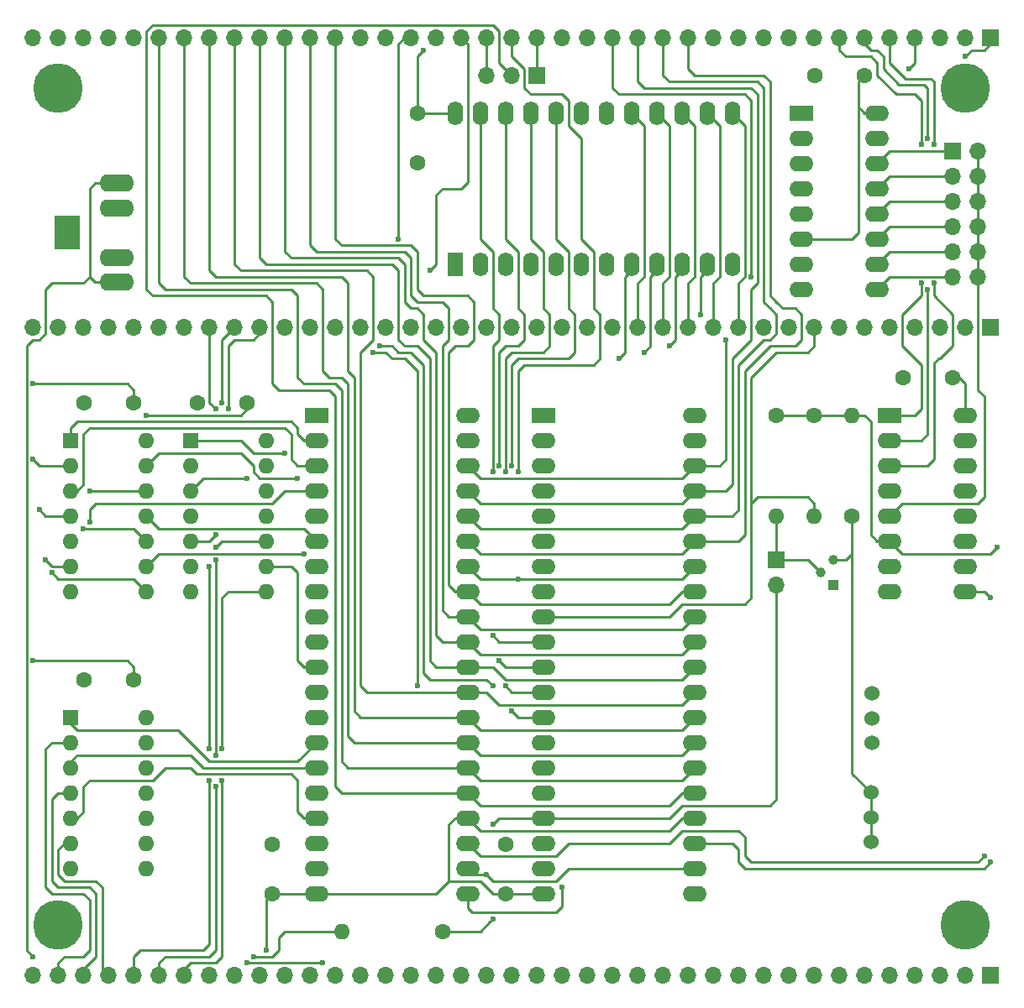
<source format=gtl>
G04 #@! TF.GenerationSoftware,KiCad,Pcbnew,(5.1.5)-3*
G04 #@! TF.CreationDate,2020-11-02T01:25:37+01:00*
G04 #@! TF.ProjectId,PP 6502 Game Board,50502036-3530-4322-9047-616d6520426f,rev?*
G04 #@! TF.SameCoordinates,Original*
G04 #@! TF.FileFunction,Copper,L1,Top*
G04 #@! TF.FilePolarity,Positive*
%FSLAX46Y46*%
G04 Gerber Fmt 4.6, Leading zero omitted, Abs format (unit mm)*
G04 Created by KiCad (PCBNEW (5.1.5)-3) date 2020-11-02 01:25:37*
%MOMM*%
%LPD*%
G04 APERTURE LIST*
%ADD10C,5.000000*%
%ADD11C,1.600000*%
%ADD12R,2.400000X1.600000*%
%ADD13O,2.400000X1.600000*%
%ADD14R,1.700000X1.700000*%
%ADD15O,1.700000X1.700000*%
%ADD16O,1.600000X1.600000*%
%ADD17R,1.600000X1.600000*%
%ADD18R,1.600000X2.400000*%
%ADD19O,1.600000X2.400000*%
%ADD20C,1.000000*%
%ADD21R,1.000000X1.000000*%
%ADD22C,1.524000*%
%ADD23R,2.500000X3.500000*%
%ADD24O,3.500000X1.750000*%
%ADD25C,0.600000*%
%ADD26C,0.250000*%
G04 APERTURE END LIST*
D10*
X104140000Y-140335000D03*
X195580000Y-140335000D03*
X195580000Y-55880000D03*
X104140000Y-55880000D03*
D11*
X125730000Y-137160000D03*
X125730000Y-132160000D03*
X194310000Y-85090000D03*
X189310000Y-85090000D03*
D12*
X179070000Y-58420000D03*
D13*
X186690000Y-76200000D03*
X179070000Y-60960000D03*
X186690000Y-73660000D03*
X179070000Y-63500000D03*
X186690000Y-71120000D03*
X179070000Y-66040000D03*
X186690000Y-68580000D03*
X179070000Y-68580000D03*
X186690000Y-66040000D03*
X179070000Y-71120000D03*
X186690000Y-63500000D03*
X179070000Y-73660000D03*
X186690000Y-60960000D03*
X179070000Y-76200000D03*
X186690000Y-58420000D03*
D12*
X130175000Y-88900000D03*
D13*
X145415000Y-137160000D03*
X130175000Y-91440000D03*
X145415000Y-134620000D03*
X130175000Y-93980000D03*
X145415000Y-132080000D03*
X130175000Y-96520000D03*
X145415000Y-129540000D03*
X130175000Y-99060000D03*
X145415000Y-127000000D03*
X130175000Y-101600000D03*
X145415000Y-124460000D03*
X130175000Y-104140000D03*
X145415000Y-121920000D03*
X130175000Y-106680000D03*
X145415000Y-119380000D03*
X130175000Y-109220000D03*
X145415000Y-116840000D03*
X130175000Y-111760000D03*
X145415000Y-114300000D03*
X130175000Y-114300000D03*
X145415000Y-111760000D03*
X130175000Y-116840000D03*
X145415000Y-109220000D03*
X130175000Y-119380000D03*
X145415000Y-106680000D03*
X130175000Y-121920000D03*
X145415000Y-104140000D03*
X130175000Y-124460000D03*
X145415000Y-101600000D03*
X130175000Y-127000000D03*
X145415000Y-99060000D03*
X130175000Y-129540000D03*
X145415000Y-96520000D03*
X130175000Y-132080000D03*
X145415000Y-93980000D03*
X130175000Y-134620000D03*
X145415000Y-91440000D03*
X130175000Y-137160000D03*
X145415000Y-88900000D03*
D12*
X187960000Y-88900000D03*
D13*
X195580000Y-106680000D03*
X187960000Y-91440000D03*
X195580000Y-104140000D03*
X187960000Y-93980000D03*
X195580000Y-101600000D03*
X187960000Y-96520000D03*
X195580000Y-99060000D03*
X187960000Y-99060000D03*
X195580000Y-96520000D03*
X187960000Y-101600000D03*
X195580000Y-93980000D03*
X187960000Y-104140000D03*
X195580000Y-91440000D03*
X187960000Y-106680000D03*
X195580000Y-88900000D03*
D14*
X152400000Y-54610000D03*
D15*
X149860000Y-54610000D03*
X147320000Y-54610000D03*
D11*
X185420000Y-54610000D03*
X180420000Y-54610000D03*
X111760000Y-87630000D03*
X106760000Y-87630000D03*
X123190000Y-87630000D03*
X118190000Y-87630000D03*
D14*
X194310000Y-62230000D03*
D15*
X196850000Y-62230000D03*
X194310000Y-64770000D03*
X196850000Y-64770000D03*
X194310000Y-67310000D03*
X196850000Y-67310000D03*
X194310000Y-69850000D03*
X196850000Y-69850000D03*
X194310000Y-72390000D03*
X196850000Y-72390000D03*
X194310000Y-74930000D03*
X196850000Y-74930000D03*
D14*
X198120000Y-145415000D03*
D15*
X195580000Y-145415000D03*
X193040000Y-145415000D03*
X190500000Y-145415000D03*
X187960000Y-145415000D03*
X185420000Y-145415000D03*
X182880000Y-145415000D03*
X180340000Y-145415000D03*
X177800000Y-145415000D03*
X175260000Y-145415000D03*
X172720000Y-145415000D03*
X170180000Y-145415000D03*
X167640000Y-145415000D03*
X165100000Y-145415000D03*
X162560000Y-145415000D03*
X160020000Y-145415000D03*
X157480000Y-145415000D03*
X154940000Y-145415000D03*
X152400000Y-145415000D03*
X149860000Y-145415000D03*
X147320000Y-145415000D03*
X144780000Y-145415000D03*
X142240000Y-145415000D03*
X139700000Y-145415000D03*
X137160000Y-145415000D03*
X134620000Y-145415000D03*
X132080000Y-145415000D03*
X129540000Y-145415000D03*
X127000000Y-145415000D03*
X124460000Y-145415000D03*
X121920000Y-145415000D03*
X119380000Y-145415000D03*
X116840000Y-145415000D03*
X114300000Y-145415000D03*
X111760000Y-145415000D03*
X109220000Y-145415000D03*
X106680000Y-145415000D03*
X104140000Y-145415000D03*
X101600000Y-145415000D03*
D14*
X198120000Y-80010000D03*
D15*
X195580000Y-80010000D03*
X193040000Y-80010000D03*
X190500000Y-80010000D03*
X187960000Y-80010000D03*
X185420000Y-80010000D03*
X182880000Y-80010000D03*
X180340000Y-80010000D03*
X177800000Y-80010000D03*
X175260000Y-80010000D03*
X172720000Y-80010000D03*
X170180000Y-80010000D03*
X167640000Y-80010000D03*
X165100000Y-80010000D03*
X162560000Y-80010000D03*
X160020000Y-80010000D03*
X157480000Y-80010000D03*
X154940000Y-80010000D03*
X152400000Y-80010000D03*
X149860000Y-80010000D03*
X147320000Y-80010000D03*
X144780000Y-80010000D03*
X142240000Y-80010000D03*
X139700000Y-80010000D03*
X137160000Y-80010000D03*
X134620000Y-80010000D03*
X132080000Y-80010000D03*
X129540000Y-80010000D03*
X127000000Y-80010000D03*
X124460000Y-80010000D03*
X121920000Y-80010000D03*
X119380000Y-80010000D03*
X116840000Y-80010000D03*
X114300000Y-80010000D03*
X111760000Y-80010000D03*
X109220000Y-80010000D03*
X106680000Y-80010000D03*
X104140000Y-80010000D03*
X101600000Y-80010000D03*
D11*
X180340000Y-88900000D03*
D16*
X180340000Y-99060000D03*
D17*
X105410000Y-91440000D03*
D16*
X113030000Y-106680000D03*
X105410000Y-93980000D03*
X113030000Y-104140000D03*
X105410000Y-96520000D03*
X113030000Y-101600000D03*
X105410000Y-99060000D03*
X113030000Y-99060000D03*
X105410000Y-101600000D03*
X113030000Y-96520000D03*
X105410000Y-104140000D03*
X113030000Y-93980000D03*
X105410000Y-106680000D03*
X113030000Y-91440000D03*
D17*
X117475000Y-91440000D03*
D16*
X125095000Y-106680000D03*
X117475000Y-93980000D03*
X125095000Y-104140000D03*
X117475000Y-96520000D03*
X125095000Y-101600000D03*
X117475000Y-99060000D03*
X125095000Y-99060000D03*
X117475000Y-101600000D03*
X125095000Y-96520000D03*
X117475000Y-104140000D03*
X125095000Y-93980000D03*
X117475000Y-106680000D03*
X125095000Y-91440000D03*
D17*
X105410000Y-119380000D03*
D16*
X113030000Y-134620000D03*
X105410000Y-121920000D03*
X113030000Y-132080000D03*
X105410000Y-124460000D03*
X113030000Y-129540000D03*
X105410000Y-127000000D03*
X113030000Y-127000000D03*
X105410000Y-129540000D03*
X113030000Y-124460000D03*
X105410000Y-132080000D03*
X113030000Y-121920000D03*
X105410000Y-134620000D03*
X113030000Y-119380000D03*
D12*
X153035000Y-88900000D03*
D13*
X168275000Y-137160000D03*
X153035000Y-91440000D03*
X168275000Y-134620000D03*
X153035000Y-93980000D03*
X168275000Y-132080000D03*
X153035000Y-96520000D03*
X168275000Y-129540000D03*
X153035000Y-99060000D03*
X168275000Y-127000000D03*
X153035000Y-101600000D03*
X168275000Y-124460000D03*
X153035000Y-104140000D03*
X168275000Y-121920000D03*
X153035000Y-106680000D03*
X168275000Y-119380000D03*
X153035000Y-109220000D03*
X168275000Y-116840000D03*
X153035000Y-111760000D03*
X168275000Y-114300000D03*
X153035000Y-114300000D03*
X168275000Y-111760000D03*
X153035000Y-116840000D03*
X168275000Y-109220000D03*
X153035000Y-119380000D03*
X168275000Y-106680000D03*
X153035000Y-121920000D03*
X168275000Y-104140000D03*
X153035000Y-124460000D03*
X168275000Y-101600000D03*
X153035000Y-127000000D03*
X168275000Y-99060000D03*
X153035000Y-129540000D03*
X168275000Y-96520000D03*
X153035000Y-132080000D03*
X168275000Y-93980000D03*
X153035000Y-134620000D03*
X168275000Y-91440000D03*
X153035000Y-137160000D03*
X168275000Y-88900000D03*
D18*
X144145000Y-73660000D03*
D19*
X172085000Y-58420000D03*
X146685000Y-73660000D03*
X169545000Y-58420000D03*
X149225000Y-73660000D03*
X167005000Y-58420000D03*
X151765000Y-73660000D03*
X164465000Y-58420000D03*
X154305000Y-73660000D03*
X161925000Y-58420000D03*
X156845000Y-73660000D03*
X159385000Y-58420000D03*
X159385000Y-73660000D03*
X156845000Y-58420000D03*
X161925000Y-73660000D03*
X154305000Y-58420000D03*
X164465000Y-73660000D03*
X151765000Y-58420000D03*
X167005000Y-73660000D03*
X149225000Y-58420000D03*
X169545000Y-73660000D03*
X146685000Y-58420000D03*
X172085000Y-73660000D03*
X144145000Y-58420000D03*
D14*
X198120000Y-50800000D03*
D15*
X195580000Y-50800000D03*
X193040000Y-50800000D03*
X190500000Y-50800000D03*
X187960000Y-50800000D03*
X185420000Y-50800000D03*
X182880000Y-50800000D03*
X180340000Y-50800000D03*
X177800000Y-50800000D03*
X175260000Y-50800000D03*
X172720000Y-50800000D03*
X170180000Y-50800000D03*
X167640000Y-50800000D03*
X165100000Y-50800000D03*
X162560000Y-50800000D03*
X160020000Y-50800000D03*
X157480000Y-50800000D03*
X154940000Y-50800000D03*
X152400000Y-50800000D03*
X149860000Y-50800000D03*
X147320000Y-50800000D03*
X144780000Y-50800000D03*
X142240000Y-50800000D03*
X139700000Y-50800000D03*
X137160000Y-50800000D03*
X134620000Y-50800000D03*
X132080000Y-50800000D03*
X129540000Y-50800000D03*
X127000000Y-50800000D03*
X124460000Y-50800000D03*
X121920000Y-50800000D03*
X119380000Y-50800000D03*
X116840000Y-50800000D03*
X114300000Y-50800000D03*
X111760000Y-50800000D03*
X109220000Y-50800000D03*
X106680000Y-50800000D03*
X104140000Y-50800000D03*
X101600000Y-50800000D03*
D11*
X111760000Y-115570000D03*
X106760000Y-115570000D03*
X149225000Y-137160000D03*
X149225000Y-132160000D03*
D20*
X180975000Y-104775000D03*
X182245000Y-103505000D03*
D21*
X182245000Y-106045000D03*
D11*
X184150000Y-99060000D03*
D16*
X184150000Y-88900000D03*
D11*
X176530000Y-88900000D03*
D16*
X176530000Y-99060000D03*
D22*
X186182000Y-121960000D03*
X186055000Y-126960000D03*
X186182000Y-119460000D03*
X186055000Y-129460000D03*
X186055000Y-131960000D03*
X186182000Y-116960000D03*
D23*
X105084000Y-70485000D03*
D24*
X110090000Y-65485000D03*
X110090000Y-75485000D03*
X110090000Y-67985000D03*
X110090000Y-72985000D03*
D14*
X176530000Y-103505000D03*
D15*
X176530000Y-106045000D03*
D11*
X142875000Y-140970000D03*
D16*
X132715000Y-140970000D03*
D11*
X140335000Y-58420000D03*
X140335000Y-63420000D03*
D25*
X140970000Y-52070000D03*
X125095000Y-142875000D03*
X123190000Y-144145000D03*
X101600000Y-113665000D03*
X113030000Y-88900000D03*
X101600000Y-85725000D03*
X130810000Y-144145000D03*
X198755000Y-102235000D03*
X173990000Y-74930000D03*
X171450000Y-81280000D03*
X147320000Y-135255000D03*
X138430000Y-71120000D03*
X140335000Y-116205000D03*
X135890000Y-82550000D03*
X107315000Y-99695000D03*
X128905000Y-102870000D03*
X128270000Y-95250000D03*
X127000000Y-92710000D03*
X123190000Y-95250000D03*
X120015000Y-100965000D03*
X198120000Y-133985000D03*
X198120000Y-107315000D03*
X147955000Y-111125000D03*
X147955000Y-94615000D03*
X148590000Y-113665000D03*
X148590000Y-93980000D03*
X149225000Y-116205000D03*
X149225000Y-94615000D03*
X149860000Y-118745000D03*
X149860000Y-93980000D03*
X195580000Y-52705000D03*
X189865000Y-53975000D03*
X191135000Y-75565000D03*
X191135000Y-61595000D03*
X191770000Y-76200000D03*
X191770000Y-60960000D03*
X192405000Y-75565000D03*
X192405000Y-61595000D03*
X119380000Y-122555000D03*
X119380000Y-125730000D03*
X119380000Y-104140000D03*
X120015000Y-103505000D03*
X120015000Y-102235000D03*
X120015000Y-126365000D03*
X120015000Y-123190000D03*
X120650000Y-125730000D03*
X120650000Y-122555000D03*
X121285000Y-88265000D03*
X120650000Y-87630000D03*
X120015000Y-88265000D03*
X107315000Y-96520000D03*
X106680000Y-100330000D03*
X103505000Y-104775000D03*
X102870000Y-103505000D03*
X102235000Y-98425000D03*
X101600000Y-93345000D03*
X123825000Y-143510000D03*
X101600000Y-143510000D03*
X147955000Y-130175000D03*
X197485000Y-133350000D03*
X168910000Y-78740000D03*
X165735000Y-81915000D03*
X163195000Y-82550000D03*
X160655000Y-83185000D03*
X150495000Y-105410000D03*
X150495000Y-94615000D03*
X147955000Y-139700014D03*
X154940000Y-136525000D03*
X147955000Y-116205000D03*
X136525000Y-81915000D03*
X141605000Y-74295000D03*
D26*
X140335000Y-58420000D02*
X140335000Y-52705000D01*
X140335000Y-52705000D02*
X140970000Y-52070000D01*
X187960000Y-101600000D02*
X186690000Y-101600000D01*
X185420000Y-88900000D02*
X184150000Y-88900000D01*
X186055000Y-89535000D02*
X185420000Y-88900000D01*
X186055000Y-100965000D02*
X186055000Y-89535000D01*
X186690000Y-101600000D02*
X186055000Y-100965000D01*
X180340000Y-88900000D02*
X184150000Y-88900000D01*
X176530000Y-88900000D02*
X180340000Y-88900000D01*
X144145000Y-135890000D02*
X143510000Y-135890000D01*
X145415000Y-129540000D02*
X144145000Y-129540000D01*
X144145000Y-129540000D02*
X143510000Y-130175000D01*
X143510000Y-130175000D02*
X143510000Y-135890000D01*
X143510000Y-135890000D02*
X142240000Y-137160000D01*
X145415000Y-135890000D02*
X146685000Y-135890000D01*
X146685000Y-135890000D02*
X147955000Y-137160000D01*
X147955000Y-137160000D02*
X149225000Y-137160000D01*
X144145000Y-135890000D02*
X145415000Y-135890000D01*
X130175000Y-137160000D02*
X142240000Y-137160000D01*
X125095000Y-137795000D02*
X125730000Y-137160000D01*
X125095000Y-142875000D02*
X125095000Y-137795000D01*
X123190000Y-144145000D02*
X125730000Y-144145000D01*
X111760000Y-115570000D02*
X111760000Y-114300000D01*
X111125000Y-113665000D02*
X101600000Y-113665000D01*
X111760000Y-114300000D02*
X111125000Y-113665000D01*
X123190000Y-87630000D02*
X123190000Y-88265000D01*
X123190000Y-88265000D02*
X122555000Y-88900000D01*
X122555000Y-88900000D02*
X113030000Y-88900000D01*
X111760000Y-86360000D02*
X111760000Y-87630000D01*
X111125000Y-85725000D02*
X111760000Y-86360000D01*
X101600000Y-85725000D02*
X111125000Y-85725000D01*
X125730000Y-144145000D02*
X130810000Y-144145000D01*
X145415000Y-129540000D02*
X146685000Y-130810000D01*
X167005000Y-129540000D02*
X168275000Y-129540000D01*
X165735000Y-130810000D02*
X167005000Y-129540000D01*
X146685000Y-130810000D02*
X165735000Y-130810000D01*
X149225000Y-137160000D02*
X153035000Y-137160000D01*
X125730000Y-137160000D02*
X130175000Y-137160000D01*
X144145000Y-58420000D02*
X142240000Y-58420000D01*
X142240000Y-58420000D02*
X140335000Y-58420000D01*
X186690000Y-58420000D02*
X185420000Y-58420000D01*
X185420000Y-58420000D02*
X184785000Y-57785000D01*
X184785000Y-58420000D02*
X184785000Y-57785000D01*
X184785000Y-57785000D02*
X184785000Y-55245000D01*
X184785000Y-55245000D02*
X185420000Y-54610000D01*
X184150000Y-71120000D02*
X179070000Y-71120000D01*
X184785000Y-70485000D02*
X184150000Y-71120000D01*
X184785000Y-58420000D02*
X184785000Y-70485000D01*
X187960000Y-101600000D02*
X189230000Y-102870000D01*
X198120000Y-102870000D02*
X198755000Y-102235000D01*
X189230000Y-102870000D02*
X198120000Y-102870000D01*
X194310000Y-85090000D02*
X194945000Y-85090000D01*
X194945000Y-85090000D02*
X195580000Y-85725000D01*
X195580000Y-85725000D02*
X195580000Y-88900000D01*
X172720000Y-101600000D02*
X173355000Y-100965000D01*
X178435000Y-81915000D02*
X179070000Y-81280000D01*
X175895000Y-81915000D02*
X178435000Y-81915000D01*
X173355000Y-84455000D02*
X175895000Y-81915000D01*
X173355000Y-100965000D02*
X173355000Y-84455000D01*
X179070000Y-78740000D02*
X179070000Y-81280000D01*
X178435000Y-78105000D02*
X179070000Y-78740000D01*
X176530000Y-77470000D02*
X177165000Y-78105000D01*
X177165000Y-78105000D02*
X178435000Y-78105000D01*
X168275000Y-101600000D02*
X172720000Y-101600000D01*
X175895000Y-75565000D02*
X175895000Y-76835000D01*
X167640000Y-53975000D02*
X168275000Y-54610000D01*
X168275000Y-54610000D02*
X175260000Y-54610000D01*
X175260000Y-54610000D02*
X175895000Y-55245000D01*
X175895000Y-55245000D02*
X175895000Y-75565000D01*
X167640000Y-53975000D02*
X167640000Y-50800000D01*
X175895000Y-76835000D02*
X176530000Y-77470000D01*
X168275000Y-101600000D02*
X167005000Y-102870000D01*
X146685000Y-102870000D02*
X145415000Y-101600000D01*
X167005000Y-102870000D02*
X146685000Y-102870000D01*
X175895000Y-81280000D02*
X176530000Y-80645000D01*
X175895000Y-81280000D02*
X175260000Y-81280000D01*
X172720000Y-98425000D02*
X172085000Y-99060000D01*
X172720000Y-83820000D02*
X172720000Y-98425000D01*
X175260000Y-81280000D02*
X172720000Y-83820000D01*
X176530000Y-78740000D02*
X175895000Y-78105000D01*
X176530000Y-80645000D02*
X176530000Y-78740000D01*
X165100000Y-54610000D02*
X165735000Y-55245000D01*
X175260000Y-76835000D02*
X175260000Y-77470000D01*
X175260000Y-77470000D02*
X175895000Y-78105000D01*
X165100000Y-50800000D02*
X165100000Y-54610000D01*
X175260000Y-55880000D02*
X175260000Y-76835000D01*
X174625000Y-55245000D02*
X175260000Y-55880000D01*
X165735000Y-55245000D02*
X174625000Y-55245000D01*
X172085000Y-99060000D02*
X168275000Y-99060000D01*
X145415000Y-99060000D02*
X146685000Y-100330000D01*
X167005000Y-100330000D02*
X168275000Y-99060000D01*
X146685000Y-100330000D02*
X167005000Y-100330000D01*
X173355000Y-81915000D02*
X172085000Y-83185000D01*
X173990000Y-81280000D02*
X173355000Y-81915000D01*
X172085000Y-95885000D02*
X171450000Y-96520000D01*
X172085000Y-83185000D02*
X172085000Y-95885000D01*
X173990000Y-76200000D02*
X174625000Y-75565000D01*
X173990000Y-81280000D02*
X173990000Y-76200000D01*
X168275000Y-96520000D02*
X171450000Y-96520000D01*
X162560000Y-55245000D02*
X163195000Y-55880000D01*
X174625000Y-58420000D02*
X174625000Y-75565000D01*
X162560000Y-50800000D02*
X162560000Y-55245000D01*
X174625000Y-56515000D02*
X174625000Y-58420000D01*
X173990000Y-55880000D02*
X174625000Y-56515000D01*
X163195000Y-55880000D02*
X173990000Y-55880000D01*
X168275000Y-96520000D02*
X167005000Y-97790000D01*
X146685000Y-97790000D02*
X145415000Y-96520000D01*
X167005000Y-97790000D02*
X146685000Y-97790000D01*
X171450000Y-81280000D02*
X171450000Y-93345000D01*
X171450000Y-93345000D02*
X170815000Y-93980000D01*
X160020000Y-55880000D02*
X160655000Y-56515000D01*
X173990000Y-57785000D02*
X173990000Y-57150000D01*
X173355000Y-56515000D02*
X172720000Y-56515000D01*
X173990000Y-57150000D02*
X173355000Y-56515000D01*
X160020000Y-50800000D02*
X160020000Y-55880000D01*
X173990000Y-57785000D02*
X173990000Y-74930000D01*
X160655000Y-56515000D02*
X172720000Y-56515000D01*
X170815000Y-93980000D02*
X168275000Y-93980000D01*
X146685000Y-95250000D02*
X167005000Y-95250000D01*
X167005000Y-95250000D02*
X168275000Y-93980000D01*
X145415000Y-93980000D02*
X146685000Y-95250000D01*
X147320000Y-135255000D02*
X147955000Y-135890000D01*
X155575000Y-134620000D02*
X154305000Y-135890000D01*
X155575000Y-134620000D02*
X168275000Y-134620000D01*
X147955000Y-135890000D02*
X154305000Y-135890000D01*
X146050000Y-135255000D02*
X147320000Y-135255000D01*
X146050000Y-135255000D02*
X145415000Y-134620000D01*
X138430000Y-52705000D02*
X138430000Y-71120000D01*
X138430000Y-51435000D02*
X138430000Y-52705000D01*
X139700000Y-50800000D02*
X139065000Y-50800000D01*
X139065000Y-50800000D02*
X138430000Y-51435000D01*
X140335000Y-85725000D02*
X140335000Y-116205000D01*
X135890000Y-82550000D02*
X137160000Y-82550000D01*
X137160000Y-82550000D02*
X137795000Y-83185000D01*
X137795000Y-83185000D02*
X139065000Y-83185000D01*
X140335000Y-84455000D02*
X140335000Y-85725000D01*
X139065000Y-83185000D02*
X140335000Y-84455000D01*
X168275000Y-106680000D02*
X167005000Y-106680000D01*
X167005000Y-106680000D02*
X165735000Y-107950000D01*
X146685000Y-107950000D02*
X145415000Y-106680000D01*
X165735000Y-107950000D02*
X146685000Y-107950000D01*
X144145000Y-106680000D02*
X145415000Y-106680000D01*
X143510000Y-106045000D02*
X144145000Y-106680000D01*
X143510000Y-82550000D02*
X143510000Y-106045000D01*
X144145000Y-81915000D02*
X143510000Y-82550000D01*
X140335000Y-72390000D02*
X140335000Y-76200000D01*
X132715000Y-71755000D02*
X139700000Y-71755000D01*
X140335000Y-76200000D02*
X140970000Y-76835000D01*
X132080000Y-50800000D02*
X132080000Y-71120000D01*
X132080000Y-71120000D02*
X132715000Y-71755000D01*
X140970000Y-76835000D02*
X145415000Y-76835000D01*
X145415000Y-76835000D02*
X146050000Y-77470000D01*
X146050000Y-77470000D02*
X146050000Y-81280000D01*
X139700000Y-71755000D02*
X140335000Y-72390000D01*
X146050000Y-81280000D02*
X145415000Y-81915000D01*
X145415000Y-81915000D02*
X144145000Y-81915000D01*
X145415000Y-109220000D02*
X146685000Y-110490000D01*
X167005000Y-110490000D02*
X168275000Y-109220000D01*
X146685000Y-110490000D02*
X167005000Y-110490000D01*
X129540000Y-71755000D02*
X129540000Y-50800000D01*
X142875000Y-81915000D02*
X143510000Y-81280000D01*
X142875000Y-108585000D02*
X142875000Y-81915000D01*
X130175000Y-72390000D02*
X129540000Y-71755000D01*
X143510000Y-81280000D02*
X143510000Y-78105000D01*
X139065000Y-72390000D02*
X130175000Y-72390000D01*
X143510000Y-78105000D02*
X142875000Y-77470000D01*
X143510000Y-109220000D02*
X142875000Y-108585000D01*
X139700000Y-76835000D02*
X139700000Y-73025000D01*
X145415000Y-109220000D02*
X143510000Y-109220000D01*
X142875000Y-77470000D02*
X140335000Y-77470000D01*
X140335000Y-77470000D02*
X139700000Y-76835000D01*
X139700000Y-73025000D02*
X139065000Y-72390000D01*
X168275000Y-111760000D02*
X167005000Y-113030000D01*
X146685000Y-113030000D02*
X145415000Y-111760000D01*
X167005000Y-113030000D02*
X146685000Y-113030000D01*
X142875000Y-111760000D02*
X145415000Y-111760000D01*
X142240000Y-111125000D02*
X142875000Y-111760000D01*
X139065000Y-73660000D02*
X139065000Y-77470000D01*
X138430000Y-73025000D02*
X139065000Y-73660000D01*
X127635000Y-73025000D02*
X138430000Y-73025000D01*
X140970000Y-81280000D02*
X142240000Y-82550000D01*
X127000000Y-50800000D02*
X127000000Y-72390000D01*
X139065000Y-77470000D02*
X139700000Y-78105000D01*
X140335000Y-78105000D02*
X140970000Y-78740000D01*
X127000000Y-72390000D02*
X127635000Y-73025000D01*
X139700000Y-78105000D02*
X140335000Y-78105000D01*
X140970000Y-78740000D02*
X140970000Y-81280000D01*
X142240000Y-82550000D02*
X142240000Y-111125000D01*
X167005000Y-115570000D02*
X168275000Y-114300000D01*
X149225000Y-115570000D02*
X167005000Y-115570000D01*
X147955000Y-114300000D02*
X149225000Y-115570000D01*
X145415000Y-114300000D02*
X147955000Y-114300000D01*
X124460000Y-73025000D02*
X124460000Y-50800000D01*
X137795000Y-73660000D02*
X125095000Y-73660000D01*
X138430000Y-81280000D02*
X138430000Y-74295000D01*
X139065000Y-81915000D02*
X138430000Y-81280000D01*
X142240000Y-114300000D02*
X141605000Y-113665000D01*
X141605000Y-83185000D02*
X140335000Y-81915000D01*
X125095000Y-73660000D02*
X124460000Y-73025000D01*
X138430000Y-74295000D02*
X137795000Y-73660000D01*
X140335000Y-81915000D02*
X139065000Y-81915000D01*
X145415000Y-114300000D02*
X142240000Y-114300000D01*
X141605000Y-113665000D02*
X141605000Y-83185000D01*
X134620000Y-85090000D02*
X134620000Y-82550000D01*
X134620000Y-82550000D02*
X135890000Y-81280000D01*
X145415000Y-116840000D02*
X135255000Y-116840000D01*
X121920000Y-73660000D02*
X121920000Y-50800000D01*
X122555000Y-74295000D02*
X121920000Y-73660000D01*
X135255000Y-74295000D02*
X122555000Y-74295000D01*
X135890000Y-74930000D02*
X135255000Y-74295000D01*
X135890000Y-81280000D02*
X135890000Y-74930000D01*
X134620000Y-116205000D02*
X134620000Y-85090000D01*
X135255000Y-116840000D02*
X134620000Y-116205000D01*
X148590000Y-118110000D02*
X147320000Y-116840000D01*
X167005000Y-118110000D02*
X148590000Y-118110000D01*
X147320000Y-116840000D02*
X145415000Y-116840000D01*
X168275000Y-116840000D02*
X167005000Y-118110000D01*
X119380000Y-50800000D02*
X119380000Y-74295000D01*
X134620000Y-119380000D02*
X145415000Y-119380000D01*
X133985000Y-118745000D02*
X134620000Y-119380000D01*
X133985000Y-85090000D02*
X133985000Y-118745000D01*
X133350000Y-84455000D02*
X133985000Y-85090000D01*
X133350000Y-75565000D02*
X133350000Y-84455000D01*
X132715000Y-74930000D02*
X133350000Y-75565000D01*
X120015000Y-74930000D02*
X132715000Y-74930000D01*
X119380000Y-74295000D02*
X120015000Y-74930000D01*
X145415000Y-119380000D02*
X146685000Y-120650000D01*
X167005000Y-120650000D02*
X168275000Y-119380000D01*
X146685000Y-120650000D02*
X167005000Y-120650000D01*
X145415000Y-121920000D02*
X133985000Y-121920000D01*
X116840000Y-74930000D02*
X116840000Y-50800000D01*
X117475000Y-75565000D02*
X116840000Y-74930000D01*
X130175000Y-75565000D02*
X117475000Y-75565000D01*
X130810000Y-76200000D02*
X130175000Y-75565000D01*
X130810000Y-84455000D02*
X130810000Y-76200000D01*
X131445000Y-85090000D02*
X130810000Y-84455000D01*
X132715000Y-85090000D02*
X131445000Y-85090000D01*
X133350000Y-85725000D02*
X132715000Y-85090000D01*
X133350000Y-121285000D02*
X133350000Y-85725000D01*
X133985000Y-121920000D02*
X133350000Y-121285000D01*
X168275000Y-121920000D02*
X167005000Y-123190000D01*
X146685000Y-123190000D02*
X145415000Y-121920000D01*
X167005000Y-123190000D02*
X146685000Y-123190000D01*
X114300000Y-50800000D02*
X114300000Y-75565000D01*
X133350000Y-124460000D02*
X145415000Y-124460000D01*
X132715000Y-123825000D02*
X133350000Y-124460000D01*
X132715000Y-86360000D02*
X132715000Y-123825000D01*
X132080000Y-85725000D02*
X132715000Y-86360000D01*
X128905000Y-85725000D02*
X132080000Y-85725000D01*
X128270000Y-85090000D02*
X128905000Y-85725000D01*
X128270000Y-76835000D02*
X128270000Y-85090000D01*
X127635000Y-76200000D02*
X128270000Y-76835000D01*
X114935000Y-76200000D02*
X127635000Y-76200000D01*
X114300000Y-75565000D02*
X114935000Y-76200000D01*
X145415000Y-124460000D02*
X146685000Y-125730000D01*
X167005000Y-125730000D02*
X168275000Y-124460000D01*
X146685000Y-125730000D02*
X167005000Y-125730000D01*
X194310000Y-62230000D02*
X187960000Y-62230000D01*
X187960000Y-62230000D02*
X186690000Y-63500000D01*
X196850000Y-74930000D02*
X196850000Y-86360000D01*
X189230000Y-97790000D02*
X187960000Y-99060000D01*
X196850000Y-97790000D02*
X189230000Y-97790000D01*
X197485000Y-97155000D02*
X196850000Y-97790000D01*
X197485000Y-86995000D02*
X197485000Y-97155000D01*
X196850000Y-86360000D02*
X197485000Y-86995000D01*
X196850000Y-64770000D02*
X196850000Y-62230000D01*
X196850000Y-67310000D02*
X196850000Y-64770000D01*
X196850000Y-69850000D02*
X196850000Y-67310000D01*
X196850000Y-72390000D02*
X196850000Y-69850000D01*
X196850000Y-74930000D02*
X196850000Y-72390000D01*
X194310000Y-64770000D02*
X187960000Y-64770000D01*
X187960000Y-64770000D02*
X186690000Y-66040000D01*
X194310000Y-67310000D02*
X187960000Y-67310000D01*
X187960000Y-67310000D02*
X186690000Y-68580000D01*
X194310000Y-69850000D02*
X187960000Y-69850000D01*
X187960000Y-69850000D02*
X186690000Y-71120000D01*
X194310000Y-72390000D02*
X187960000Y-72390000D01*
X187960000Y-72390000D02*
X186690000Y-73660000D01*
X194310000Y-74930000D02*
X187960000Y-74930000D01*
X187960000Y-74930000D02*
X186690000Y-76200000D01*
X168275000Y-127000000D02*
X167005000Y-127000000D01*
X167005000Y-127000000D02*
X165735000Y-128270000D01*
X148590000Y-50165000D02*
X147955000Y-49530000D01*
X113665000Y-49530000D02*
X113030000Y-50165000D01*
X147955000Y-49530000D02*
X113665000Y-49530000D01*
X113030000Y-60960000D02*
X113030000Y-76200000D01*
X132715000Y-127000000D02*
X132080000Y-126365000D01*
X132080000Y-126365000D02*
X132080000Y-86995000D01*
X132080000Y-86995000D02*
X131445000Y-86360000D01*
X131445000Y-86360000D02*
X126365000Y-86360000D01*
X126365000Y-86360000D02*
X125730000Y-85725000D01*
X125730000Y-85725000D02*
X125730000Y-77470000D01*
X145415000Y-127000000D02*
X132715000Y-127000000D01*
X148590000Y-53340000D02*
X148590000Y-50165000D01*
X113030000Y-50165000D02*
X113030000Y-60960000D01*
X148590000Y-53340000D02*
X149860000Y-54610000D01*
X125095000Y-76835000D02*
X125730000Y-77470000D01*
X113665000Y-76835000D02*
X125095000Y-76835000D01*
X113030000Y-76200000D02*
X113665000Y-76835000D01*
X145415000Y-127000000D02*
X146685000Y-128270000D01*
X146685000Y-128270000D02*
X165735000Y-128270000D01*
X128270000Y-90170000D02*
X127635000Y-89535000D01*
X127635000Y-89535000D02*
X106045000Y-89535000D01*
X106045000Y-89535000D02*
X105410000Y-90170000D01*
X105410000Y-91440000D02*
X105410000Y-90170000D01*
X128905000Y-91440000D02*
X130175000Y-91440000D01*
X128270000Y-90805000D02*
X128905000Y-91440000D01*
X128270000Y-90170000D02*
X128270000Y-90805000D01*
X127000000Y-90170000D02*
X127635000Y-90805000D01*
X106680000Y-90805000D02*
X107315000Y-90170000D01*
X106045000Y-96520000D02*
X106680000Y-95885000D01*
X106680000Y-95885000D02*
X106680000Y-90805000D01*
X107315000Y-90170000D02*
X127000000Y-90170000D01*
X127635000Y-91440000D02*
X127635000Y-93345000D01*
X128270000Y-93980000D02*
X128905000Y-93980000D01*
X127635000Y-93345000D02*
X128270000Y-93980000D01*
X127635000Y-90805000D02*
X127635000Y-91440000D01*
X128905000Y-93980000D02*
X130175000Y-93980000D01*
X105410000Y-96520000D02*
X106045000Y-96520000D01*
X130175000Y-96520000D02*
X127000000Y-96520000D01*
X127000000Y-96520000D02*
X125730000Y-97790000D01*
X125730000Y-97790000D02*
X107950000Y-97790000D01*
X107315000Y-98425000D02*
X107315000Y-99695000D01*
X107950000Y-97790000D02*
X107315000Y-98425000D01*
X114300000Y-102870000D02*
X113030000Y-104140000D01*
X128905000Y-102870000D02*
X114300000Y-102870000D01*
X113030000Y-99060000D02*
X114300000Y-100330000D01*
X128905000Y-100330000D02*
X130175000Y-101600000D01*
X114300000Y-100330000D02*
X128905000Y-100330000D01*
X123190000Y-93345000D02*
X123825000Y-93980000D01*
X123825000Y-94615000D02*
X124460000Y-95250000D01*
X123825000Y-93980000D02*
X123825000Y-94615000D01*
X122555000Y-92710000D02*
X123190000Y-93345000D01*
X114300000Y-92710000D02*
X122555000Y-92710000D01*
X113030000Y-93980000D02*
X114300000Y-92710000D01*
X124460000Y-95250000D02*
X128270000Y-95250000D01*
X117475000Y-91440000D02*
X122555000Y-91440000D01*
X123825000Y-92710000D02*
X127000000Y-92710000D01*
X122555000Y-91440000D02*
X123825000Y-92710000D01*
X123190000Y-95250000D02*
X118745000Y-95250000D01*
X118745000Y-95250000D02*
X117475000Y-96520000D01*
X120015000Y-100965000D02*
X119380000Y-101600000D01*
X117475000Y-101600000D02*
X119380000Y-101600000D01*
X125095000Y-104140000D02*
X127635000Y-104140000D01*
X128905000Y-114300000D02*
X130175000Y-114300000D01*
X128270000Y-113665000D02*
X128905000Y-114300000D01*
X128270000Y-104775000D02*
X128270000Y-113665000D01*
X127635000Y-104140000D02*
X128270000Y-104775000D01*
X118745000Y-123190000D02*
X116205000Y-120650000D01*
X113665000Y-120650000D02*
X116205000Y-120650000D01*
X106680000Y-120650000D02*
X106045000Y-120650000D01*
X106045000Y-120650000D02*
X105410000Y-120015000D01*
X113665000Y-120650000D02*
X106680000Y-120650000D01*
X118745000Y-123190000D02*
X119380000Y-123825000D01*
X105410000Y-120015000D02*
X105410000Y-119380000D01*
X128270000Y-123825000D02*
X130175000Y-121920000D01*
X119380000Y-123825000D02*
X128270000Y-123825000D01*
X118745000Y-124460000D02*
X118110000Y-123825000D01*
X117475000Y-123190000D02*
X114300000Y-123190000D01*
X118110000Y-123825000D02*
X117475000Y-123190000D01*
X106680000Y-123190000D02*
X106045000Y-123190000D01*
X106045000Y-123190000D02*
X105410000Y-123825000D01*
X105410000Y-123825000D02*
X105410000Y-124460000D01*
X113665000Y-123190000D02*
X114300000Y-123190000D01*
X106680000Y-123190000D02*
X113665000Y-123190000D01*
X130175000Y-124460000D02*
X118745000Y-124460000D01*
X113665000Y-125730000D02*
X114935000Y-124460000D01*
X117475000Y-124460000D02*
X118110000Y-125095000D01*
X114935000Y-124460000D02*
X117475000Y-124460000D01*
X107315000Y-125730000D02*
X106680000Y-126365000D01*
X106680000Y-128905000D02*
X106045000Y-129540000D01*
X106680000Y-126365000D02*
X106680000Y-128905000D01*
X106045000Y-129540000D02*
X105410000Y-129540000D01*
X128270000Y-125730000D02*
X128270000Y-126365000D01*
X127635000Y-125095000D02*
X128270000Y-125730000D01*
X118110000Y-125095000D02*
X127635000Y-125095000D01*
X128270000Y-128270000D02*
X128270000Y-128905000D01*
X128270000Y-128270000D02*
X128270000Y-126365000D01*
X128270000Y-128905000D02*
X128905000Y-129540000D01*
X128905000Y-129540000D02*
X130175000Y-129540000D01*
X104775000Y-129540000D02*
X105410000Y-129540000D01*
X113665000Y-125730000D02*
X107315000Y-125730000D01*
X172720000Y-133985000D02*
X173355000Y-134620000D01*
X197485000Y-134620000D02*
X173355000Y-134620000D01*
X197485000Y-134620000D02*
X198120000Y-133985000D01*
X168275000Y-132080000D02*
X171450000Y-132080000D01*
X197485000Y-106680000D02*
X198120000Y-107315000D01*
X197485000Y-106680000D02*
X195580000Y-106680000D01*
X172085000Y-132080000D02*
X171450000Y-132080000D01*
X172720000Y-132715000D02*
X172085000Y-132080000D01*
X172720000Y-133985000D02*
X172720000Y-132715000D01*
X147955000Y-111125000D02*
X148590000Y-111760000D01*
X148590000Y-111760000D02*
X153035000Y-111760000D01*
X147955000Y-81915000D02*
X147955000Y-94615000D01*
X147955000Y-72390000D02*
X147955000Y-78105000D01*
X146685000Y-58420000D02*
X146685000Y-71120000D01*
X146685000Y-71120000D02*
X147955000Y-72390000D01*
X147955000Y-78105000D02*
X148590000Y-78740000D01*
X148590000Y-78740000D02*
X148590000Y-81280000D01*
X148590000Y-81280000D02*
X147955000Y-81915000D01*
X149225000Y-114300000D02*
X148590000Y-113665000D01*
X149225000Y-114300000D02*
X153035000Y-114300000D01*
X150495000Y-72390000D02*
X150495000Y-78105000D01*
X149225000Y-71120000D02*
X150495000Y-72390000D01*
X151130000Y-81280000D02*
X150495000Y-81915000D01*
X150495000Y-78105000D02*
X151130000Y-78740000D01*
X149225000Y-58420000D02*
X149225000Y-71120000D01*
X151130000Y-78740000D02*
X151130000Y-81280000D01*
X150495000Y-81915000D02*
X149225000Y-81915000D01*
X149225000Y-81915000D02*
X148590000Y-82550000D01*
X148590000Y-93980000D02*
X148590000Y-82550000D01*
X149225000Y-116205000D02*
X149860000Y-116840000D01*
X149860000Y-116840000D02*
X153035000Y-116840000D01*
X149860000Y-82550000D02*
X149225000Y-83185000D01*
X153670000Y-78740000D02*
X153670000Y-81915000D01*
X153035000Y-82550000D02*
X149860000Y-82550000D01*
X153035000Y-78105000D02*
X153670000Y-78740000D01*
X151765000Y-71120000D02*
X153035000Y-72390000D01*
X149225000Y-83185000D02*
X149225000Y-94615000D01*
X151765000Y-58420000D02*
X151765000Y-71120000D01*
X153670000Y-81915000D02*
X153035000Y-82550000D01*
X153035000Y-72390000D02*
X153035000Y-78105000D01*
X149860000Y-118745000D02*
X150495000Y-119380000D01*
X150495000Y-119380000D02*
X153035000Y-119380000D01*
X156210000Y-82550000D02*
X155575000Y-83185000D01*
X155575000Y-78105000D02*
X156210000Y-78740000D01*
X155575000Y-72390000D02*
X155575000Y-78105000D01*
X149860000Y-83820000D02*
X149860000Y-93980000D01*
X155575000Y-83185000D02*
X150495000Y-83185000D01*
X150495000Y-83185000D02*
X149860000Y-83820000D01*
X156210000Y-78740000D02*
X156210000Y-82550000D01*
X154305000Y-71120000D02*
X155575000Y-72390000D01*
X154305000Y-58420000D02*
X154305000Y-71120000D01*
X195580000Y-52705000D02*
X196215000Y-52070000D01*
X197485000Y-52070000D02*
X198120000Y-51435000D01*
X196215000Y-52070000D02*
X197485000Y-52070000D01*
X198120000Y-51435000D02*
X198120000Y-50800000D01*
X189865000Y-53975000D02*
X190500000Y-53340000D01*
X190500000Y-53340000D02*
X190500000Y-50800000D01*
X191135000Y-76835000D02*
X189230000Y-78740000D01*
X189230000Y-78740000D02*
X189230000Y-79375000D01*
X188595000Y-56515000D02*
X190500000Y-56515000D01*
X191135000Y-75565000D02*
X191135000Y-76835000D01*
X191135000Y-57150000D02*
X191135000Y-61595000D01*
X190500000Y-56515000D02*
X191135000Y-57150000D01*
X189865000Y-88900000D02*
X190500000Y-88900000D01*
X191135000Y-83820000D02*
X190500000Y-83185000D01*
X191135000Y-88265000D02*
X191135000Y-83820000D01*
X190500000Y-88900000D02*
X191135000Y-88265000D01*
X186690000Y-53975000D02*
X186690000Y-54610000D01*
X182880000Y-52070000D02*
X183515000Y-52705000D01*
X183515000Y-52705000D02*
X186055000Y-52705000D01*
X186055000Y-52705000D02*
X186690000Y-53340000D01*
X186690000Y-53340000D02*
X186690000Y-53975000D01*
X182880000Y-50800000D02*
X182880000Y-52070000D01*
X186690000Y-54610000D02*
X188595000Y-56515000D01*
X189865000Y-88900000D02*
X187960000Y-88900000D01*
X189230000Y-81915000D02*
X190500000Y-83185000D01*
X189230000Y-81280000D02*
X189230000Y-81915000D01*
X189230000Y-79375000D02*
X189230000Y-81280000D01*
X188912500Y-55562500D02*
X191452500Y-55562500D01*
X191770000Y-76200000D02*
X191770000Y-78740000D01*
X191770000Y-55880000D02*
X191770000Y-60960000D01*
X191452500Y-55562500D02*
X191770000Y-55880000D01*
X191135000Y-91440000D02*
X191770000Y-90805000D01*
X187960000Y-91440000D02*
X191135000Y-91440000D01*
X191770000Y-90805000D02*
X191770000Y-78740000D01*
X185420000Y-50800000D02*
X185420000Y-51435000D01*
X185420000Y-51435000D02*
X186055000Y-52070000D01*
X187325000Y-52705000D02*
X187325000Y-53975000D01*
X186690000Y-52070000D02*
X187325000Y-52705000D01*
X186055000Y-52070000D02*
X186690000Y-52070000D01*
X187325000Y-53975000D02*
X188912500Y-55562500D01*
X191452500Y-54927500D02*
X192087500Y-54927500D01*
X192405000Y-75565000D02*
X192405000Y-76835000D01*
X192405000Y-55245000D02*
X192405000Y-61595000D01*
X192087500Y-54927500D02*
X192405000Y-55245000D01*
X189547500Y-54927500D02*
X191452500Y-54927500D01*
X192405000Y-76835000D02*
X194310000Y-78740000D01*
X193040000Y-83185000D02*
X192855002Y-83185000D01*
X192405000Y-93345000D02*
X191770000Y-93980000D01*
X192405000Y-83635002D02*
X192405000Y-93345000D01*
X192855002Y-83185000D02*
X192405000Y-83635002D01*
X191770000Y-93980000D02*
X187960000Y-93980000D01*
X194310000Y-81915000D02*
X193040000Y-83185000D01*
X194310000Y-78740000D02*
X194310000Y-81915000D01*
X187960000Y-53340000D02*
X189547500Y-54927500D01*
X187960000Y-50800000D02*
X187960000Y-53340000D01*
X184150000Y-102870000D02*
X184150000Y-125055000D01*
X184150000Y-125055000D02*
X186055000Y-126960000D01*
X184150000Y-99060000D02*
X184150000Y-102870000D01*
X183515000Y-103505000D02*
X182245000Y-103505000D01*
X184150000Y-102870000D02*
X183515000Y-103505000D01*
X186055000Y-129460000D02*
X186055000Y-126960000D01*
X186055000Y-131960000D02*
X186055000Y-129460000D01*
X105410000Y-132080000D02*
X104775000Y-132080000D01*
X104775000Y-132080000D02*
X104140000Y-132715000D01*
X104140000Y-132715000D02*
X104140000Y-135255000D01*
X104140000Y-135255000D02*
X104775000Y-135890000D01*
X104775000Y-135890000D02*
X107950000Y-135890000D01*
X107950000Y-135890000D02*
X108585000Y-136525000D01*
X108585000Y-136525000D02*
X108585000Y-144780000D01*
X108585000Y-144780000D02*
X109220000Y-145415000D01*
X105410000Y-127000000D02*
X104140000Y-127000000D01*
X107315000Y-136525000D02*
X107950000Y-137160000D01*
X104140000Y-136525000D02*
X107315000Y-136525000D01*
X103505000Y-135890000D02*
X104140000Y-136525000D01*
X103505000Y-127635000D02*
X103505000Y-135890000D01*
X104140000Y-127000000D02*
X103505000Y-127635000D01*
X106680000Y-145415000D02*
X106680000Y-144780000D01*
X106680000Y-144780000D02*
X107950000Y-143510000D01*
X107950000Y-143510000D02*
X107950000Y-137160000D01*
X107315000Y-137795000D02*
X106680000Y-137160000D01*
X103505000Y-121920000D02*
X105410000Y-121920000D01*
X102870000Y-122555000D02*
X103505000Y-121920000D01*
X102870000Y-136525000D02*
X102870000Y-122555000D01*
X103505000Y-137160000D02*
X102870000Y-136525000D01*
X106680000Y-137160000D02*
X103505000Y-137160000D01*
X107315000Y-139065000D02*
X107315000Y-137795000D01*
X104140000Y-144145000D02*
X104775000Y-143510000D01*
X104775000Y-143510000D02*
X106680000Y-143510000D01*
X106680000Y-143510000D02*
X107315000Y-142875000D01*
X107315000Y-142875000D02*
X107315000Y-139065000D01*
X104140000Y-145415000D02*
X104140000Y-144145000D01*
X119380000Y-139700000D02*
X119380000Y-142240000D01*
X119380000Y-125730000D02*
X119380000Y-139700000D01*
X119380000Y-104140000D02*
X119380000Y-122555000D01*
X111760000Y-143510000D02*
X111760000Y-145415000D01*
X112395000Y-142875000D02*
X111760000Y-143510000D01*
X118745000Y-142875000D02*
X112395000Y-142875000D01*
X119380000Y-142240000D02*
X118745000Y-142875000D01*
X120650000Y-101600000D02*
X120015000Y-102235000D01*
X125095000Y-101600000D02*
X120650000Y-101600000D01*
X114300000Y-144145000D02*
X114935000Y-143510000D01*
X114935000Y-143510000D02*
X119380000Y-143510000D01*
X119380000Y-143510000D02*
X120015000Y-142875000D01*
X120015000Y-142875000D02*
X120015000Y-126365000D01*
X114300000Y-144145000D02*
X114300000Y-145415000D01*
X120015000Y-123190000D02*
X120015000Y-103505000D01*
X125095000Y-101600000D02*
X124460000Y-101600000D01*
X125095000Y-106680000D02*
X121285000Y-106680000D01*
X117475000Y-144145000D02*
X116840000Y-144780000D01*
X120015000Y-144145000D02*
X117475000Y-144145000D01*
X120650000Y-143510000D02*
X120015000Y-144145000D01*
X120650000Y-125730000D02*
X120650000Y-143510000D01*
X120650000Y-107315000D02*
X120650000Y-122555000D01*
X121285000Y-106680000D02*
X120650000Y-107315000D01*
X116840000Y-144780000D02*
X116840000Y-145415000D01*
X124460000Y-80010000D02*
X124460000Y-80645000D01*
X124460000Y-80645000D02*
X123825000Y-81280000D01*
X121285000Y-81915000D02*
X121285000Y-88265000D01*
X121920000Y-81280000D02*
X121285000Y-81915000D01*
X123825000Y-81280000D02*
X121920000Y-81280000D01*
X120650000Y-86995000D02*
X120650000Y-81280000D01*
X120650000Y-81280000D02*
X121920000Y-80010000D01*
X120650000Y-86995000D02*
X120650000Y-87630000D01*
X119380000Y-80010000D02*
X119380000Y-87630000D01*
X119380000Y-87630000D02*
X120015000Y-88265000D01*
X113030000Y-96520000D02*
X107315000Y-96520000D01*
X111760000Y-100330000D02*
X113030000Y-101600000D01*
X106680000Y-100330000D02*
X111760000Y-100330000D01*
X111760000Y-105410000D02*
X113030000Y-106680000D01*
X104140000Y-105410000D02*
X111760000Y-105410000D01*
X103505000Y-104775000D02*
X104140000Y-105410000D01*
X103505000Y-104140000D02*
X105410000Y-104140000D01*
X102870000Y-103505000D02*
X103505000Y-104140000D01*
X105410000Y-104140000D02*
X104775000Y-104140000D01*
X104140000Y-99060000D02*
X102870000Y-99060000D01*
X102870000Y-99060000D02*
X102235000Y-98425000D01*
X104140000Y-99060000D02*
X105410000Y-99060000D01*
X102235000Y-93980000D02*
X103505000Y-93980000D01*
X101600000Y-93345000D02*
X102235000Y-93980000D01*
X103505000Y-93980000D02*
X105410000Y-93980000D01*
X132715000Y-140970000D02*
X127000000Y-140970000D01*
X126365000Y-142875000D02*
X125730000Y-143510000D01*
X126365000Y-141605000D02*
X126365000Y-142875000D01*
X127000000Y-140970000D02*
X126365000Y-141605000D01*
X102870000Y-80645000D02*
X102235000Y-81280000D01*
X106680000Y-75565000D02*
X103505000Y-75565000D01*
X103505000Y-75565000D02*
X102870000Y-76200000D01*
X102870000Y-76200000D02*
X102870000Y-80645000D01*
X107315000Y-74930000D02*
X106680000Y-75565000D01*
X123825000Y-143510000D02*
X125730000Y-143510000D01*
X100965000Y-142875000D02*
X101600000Y-143510000D01*
X100965000Y-82550000D02*
X100965000Y-142875000D01*
X102235000Y-81280000D02*
X101600000Y-81280000D01*
X101600000Y-81280000D02*
X100965000Y-81915000D01*
X100965000Y-81915000D02*
X100965000Y-82550000D01*
X110090000Y-75485000D02*
X107870000Y-75485000D01*
X107870000Y-65485000D02*
X110090000Y-65485000D01*
X107315000Y-66040000D02*
X107870000Y-65485000D01*
X107315000Y-74930000D02*
X107315000Y-66040000D01*
X107870000Y-75485000D02*
X107315000Y-74930000D01*
X176530000Y-99060000D02*
X176530000Y-103505000D01*
X176530000Y-103505000D02*
X179705000Y-103505000D01*
X179705000Y-103505000D02*
X180975000Y-104775000D01*
X153035000Y-129540000D02*
X148590000Y-129540000D01*
X148590000Y-129540000D02*
X147955000Y-130175000D01*
X165735000Y-129540000D02*
X167005000Y-128270000D01*
X154305000Y-129540000D02*
X165735000Y-129540000D01*
X176530000Y-127635000D02*
X176530000Y-106045000D01*
X175895000Y-128270000D02*
X176530000Y-127635000D01*
X167005000Y-128270000D02*
X175895000Y-128270000D01*
X154305000Y-129540000D02*
X153035000Y-129540000D01*
X152400000Y-54610000D02*
X152400000Y-50800000D01*
X147320000Y-54610000D02*
X147320000Y-50800000D01*
X173355000Y-133350000D02*
X173990000Y-133985000D01*
X196850000Y-133985000D02*
X197485000Y-133350000D01*
X173990000Y-133985000D02*
X196850000Y-133985000D01*
X165735000Y-132080000D02*
X155575000Y-132080000D01*
X155575000Y-132080000D02*
X154305000Y-133350000D01*
X145415000Y-132080000D02*
X146685000Y-133350000D01*
X146685000Y-133350000D02*
X154305000Y-133350000D01*
X165735000Y-132080000D02*
X167005000Y-130810000D01*
X173355000Y-131445000D02*
X173355000Y-133350000D01*
X172720000Y-130810000D02*
X173355000Y-131445000D01*
X167005000Y-130810000D02*
X172720000Y-130810000D01*
X173990000Y-97790000D02*
X174625000Y-97155000D01*
X180340000Y-97790000D02*
X180340000Y-99060000D01*
X179705000Y-97155000D02*
X180340000Y-97790000D01*
X174625000Y-97155000D02*
X179705000Y-97155000D01*
X180340000Y-81915000D02*
X179705000Y-82550000D01*
X173990000Y-107315000D02*
X173355000Y-107950000D01*
X173990000Y-85090000D02*
X173990000Y-97790000D01*
X173990000Y-97790000D02*
X173990000Y-107315000D01*
X176530000Y-82550000D02*
X173990000Y-85090000D01*
X179705000Y-82550000D02*
X176530000Y-82550000D01*
X180340000Y-80010000D02*
X180340000Y-81915000D01*
X170180000Y-107950000D02*
X167005000Y-107950000D01*
X173355000Y-107950000D02*
X170180000Y-107950000D01*
X165735000Y-109220000D02*
X153035000Y-109220000D01*
X167005000Y-107950000D02*
X165735000Y-109220000D01*
X162560000Y-80010000D02*
X162560000Y-75565000D01*
X163195000Y-59690000D02*
X161925000Y-58420000D01*
X163195000Y-74930000D02*
X163195000Y-59690000D01*
X162560000Y-75565000D02*
X163195000Y-74930000D01*
X165100000Y-80010000D02*
X165100000Y-75565000D01*
X165735000Y-59690000D02*
X164465000Y-58420000D01*
X165735000Y-74930000D02*
X165735000Y-59690000D01*
X165100000Y-75565000D02*
X165735000Y-74930000D01*
X167640000Y-80010000D02*
X167640000Y-75565000D01*
X168275000Y-59690000D02*
X167005000Y-58420000D01*
X168275000Y-74930000D02*
X168275000Y-59690000D01*
X167640000Y-75565000D02*
X168275000Y-74930000D01*
X170180000Y-80010000D02*
X170180000Y-75565000D01*
X170815000Y-59690000D02*
X169545000Y-58420000D01*
X170815000Y-74930000D02*
X170815000Y-59690000D01*
X170180000Y-75565000D02*
X170815000Y-74930000D01*
X172720000Y-80010000D02*
X172720000Y-75565000D01*
X173355000Y-59690000D02*
X172085000Y-58420000D01*
X173355000Y-74930000D02*
X173355000Y-59690000D01*
X172720000Y-75565000D02*
X173355000Y-74930000D01*
X168910000Y-78740000D02*
X168910000Y-74930000D01*
X168910000Y-74930000D02*
X169545000Y-74295000D01*
X169545000Y-74295000D02*
X169545000Y-73660000D01*
X166370000Y-74930000D02*
X167005000Y-74295000D01*
X166370000Y-81280000D02*
X166370000Y-74930000D01*
X165735000Y-81915000D02*
X166370000Y-81280000D01*
X167005000Y-74295000D02*
X167005000Y-73660000D01*
X163830000Y-74930000D02*
X164465000Y-74295000D01*
X163830000Y-81915000D02*
X163830000Y-74930000D01*
X163195000Y-82550000D02*
X163830000Y-81915000D01*
X164465000Y-74295000D02*
X164465000Y-73660000D01*
X161290000Y-74930000D02*
X161925000Y-74295000D01*
X161290000Y-82550000D02*
X161290000Y-74930000D01*
X160655000Y-83185000D02*
X161290000Y-82550000D01*
X161925000Y-74295000D02*
X161925000Y-73660000D01*
X149860000Y-50800000D02*
X149860000Y-51435000D01*
X145415000Y-104140000D02*
X146685000Y-105410000D01*
X146685000Y-105410000D02*
X149860000Y-105410000D01*
X167005000Y-105410000D02*
X168275000Y-104140000D01*
X150495000Y-105410000D02*
X167005000Y-105410000D01*
X149860000Y-105410000D02*
X150495000Y-105410000D01*
X149860000Y-52705000D02*
X151130000Y-53975000D01*
X156845000Y-60960000D02*
X155575000Y-59690000D01*
X158750000Y-83185000D02*
X158115000Y-83820000D01*
X155575000Y-57150000D02*
X155575000Y-59690000D01*
X153035000Y-56515000D02*
X154940000Y-56515000D01*
X156845000Y-71120000D02*
X156845000Y-60960000D01*
X150495000Y-84455000D02*
X150495000Y-94615000D01*
X149860000Y-50800000D02*
X149860000Y-52705000D01*
X158115000Y-72390000D02*
X156845000Y-71120000D01*
X158115000Y-72390000D02*
X158115000Y-78105000D01*
X154940000Y-56515000D02*
X155575000Y-57150000D01*
X151130000Y-53975000D02*
X151130000Y-55880000D01*
X158750000Y-78740000D02*
X158750000Y-83185000D01*
X151130000Y-55880000D02*
X151765000Y-56515000D01*
X151765000Y-56515000D02*
X153035000Y-56515000D01*
X158115000Y-78105000D02*
X158750000Y-78740000D01*
X158115000Y-83820000D02*
X151130000Y-83820000D01*
X151130000Y-83820000D02*
X150495000Y-84455000D01*
X147655001Y-140000013D02*
X147955000Y-139700014D01*
X142875000Y-140970000D02*
X146685014Y-140970000D01*
X146685014Y-140970000D02*
X147655001Y-140000013D01*
X138430000Y-82550000D02*
X137795000Y-81915000D01*
X140970000Y-83820000D02*
X139700000Y-82550000D01*
X140970000Y-114935000D02*
X140970000Y-83820000D01*
X141605000Y-115570000D02*
X140970000Y-114935000D01*
X147955000Y-116205000D02*
X147320000Y-115570000D01*
X139700000Y-82550000D02*
X138430000Y-82550000D01*
X147320000Y-115570000D02*
X141605000Y-115570000D01*
X137795000Y-81915000D02*
X136525000Y-81915000D01*
X145415000Y-51435000D02*
X144780000Y-50800000D01*
X142240000Y-73660000D02*
X142240000Y-66675000D01*
X145415000Y-65405000D02*
X145415000Y-51435000D01*
X141605000Y-74295000D02*
X142240000Y-73660000D01*
X142240000Y-66675000D02*
X142875000Y-66040000D01*
X142875000Y-66040000D02*
X144780000Y-66040000D01*
X144780000Y-66040000D02*
X145415000Y-65405000D01*
X145842500Y-139065000D02*
X154326501Y-139065000D01*
X154940000Y-138451501D02*
X154940000Y-136525000D01*
X154326501Y-139065000D02*
X154940000Y-138451501D01*
X145415000Y-137160000D02*
X145415000Y-138637500D01*
X145415000Y-138637500D02*
X145842500Y-139065000D01*
M02*

</source>
